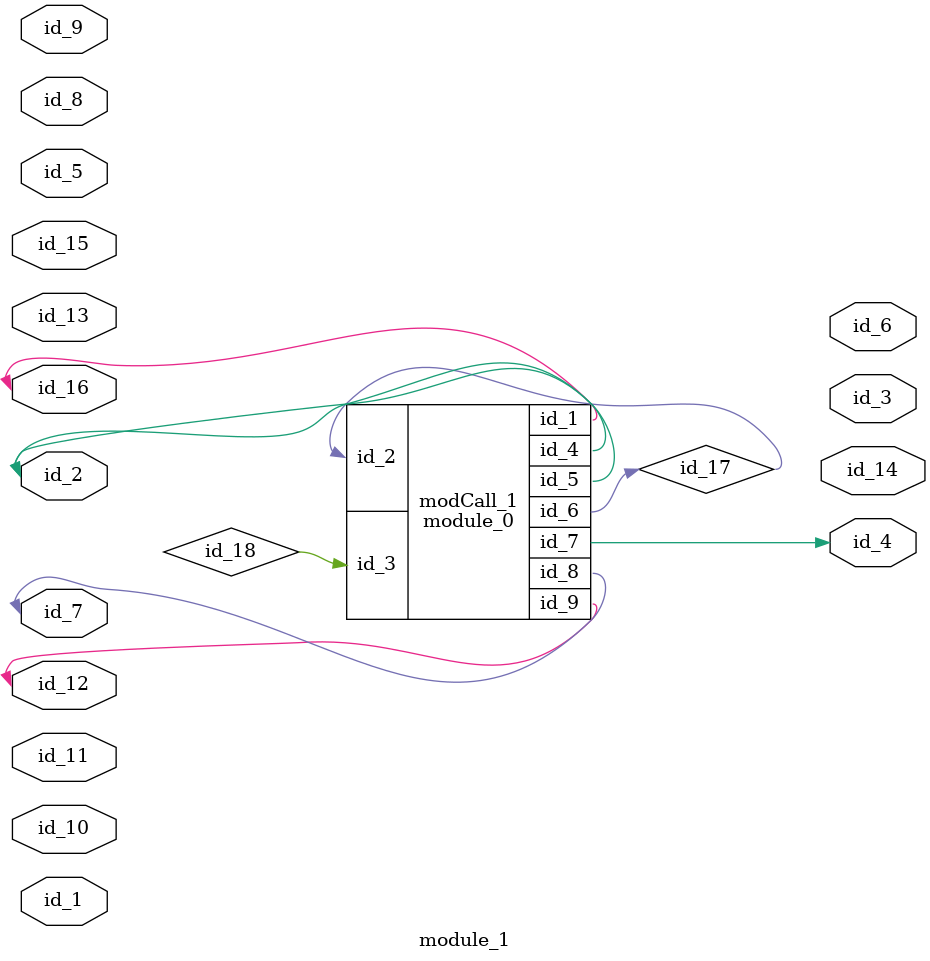
<source format=v>
module module_0 (
    id_1,
    id_2,
    id_3,
    id_4,
    id_5,
    id_6,
    id_7,
    id_8,
    id_9
);
  inout wire id_9;
  output wire id_8;
  output wire id_7;
  inout wire id_6;
  inout wire id_5;
  inout wire id_4;
  input wire id_3;
  input wire id_2;
  inout wire id_1;
  wire id_10;
  wire id_11;
  wire id_12;
endmodule
module module_1 (
    id_1,
    id_2,
    id_3,
    id_4,
    id_5,
    id_6,
    id_7,
    id_8,
    id_9,
    id_10,
    id_11,
    id_12,
    id_13,
    id_14,
    id_15,
    id_16
);
  inout wire id_16;
  inout wire id_15;
  output wire id_14;
  inout wire id_13;
  inout wire id_12;
  input wire id_11;
  input wire id_10;
  input wire id_9;
  input wire id_8;
  inout wire id_7;
  output wire id_6;
  inout wire id_5;
  output wire id_4;
  output wire id_3;
  inout wire id_2;
  input wire id_1;
  wire id_17;
  wire id_18;
  module_0 modCall_1 (
      id_16,
      id_17,
      id_18,
      id_2,
      id_2,
      id_17,
      id_4,
      id_7,
      id_12
  );
endmodule

</source>
